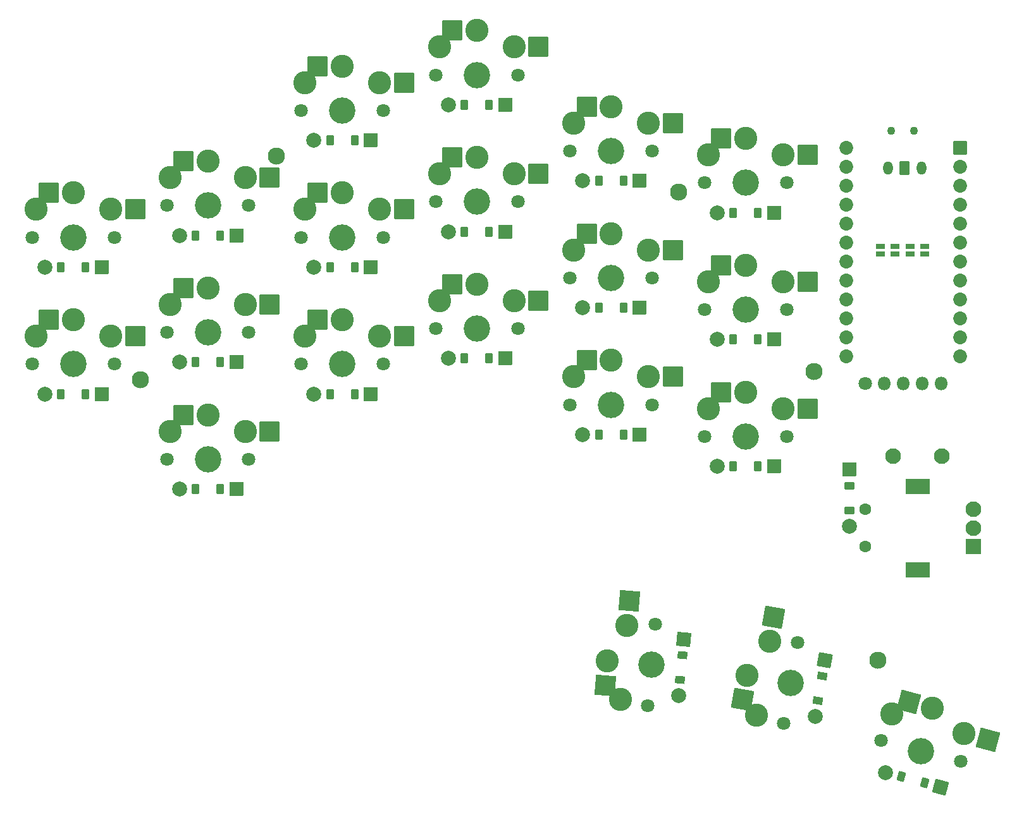
<source format=gbr>
%TF.GenerationSoftware,KiCad,Pcbnew,7.0.1-3b83917a11~171~ubuntu22.04.1*%
%TF.CreationDate,2023-03-24T21:38:13-04:00*%
%TF.ProjectId,whisper,77686973-7065-4722-9e6b-696361645f70,v1.0.0*%
%TF.SameCoordinates,Original*%
%TF.FileFunction,Soldermask,Bot*%
%TF.FilePolarity,Negative*%
%FSLAX46Y46*%
G04 Gerber Fmt 4.6, Leading zero omitted, Abs format (unit mm)*
G04 Created by KiCad (PCBNEW 7.0.1-3b83917a11~171~ubuntu22.04.1) date 2023-03-24 21:38:13*
%MOMM*%
%LPD*%
G01*
G04 APERTURE LIST*
G04 Aperture macros list*
%AMRoundRect*
0 Rectangle with rounded corners*
0 $1 Rounding radius*
0 $2 $3 $4 $5 $6 $7 $8 $9 X,Y pos of 4 corners*
0 Add a 4 corners polygon primitive as box body*
4,1,4,$2,$3,$4,$5,$6,$7,$8,$9,$2,$3,0*
0 Add four circle primitives for the rounded corners*
1,1,$1+$1,$2,$3*
1,1,$1+$1,$4,$5*
1,1,$1+$1,$6,$7*
1,1,$1+$1,$8,$9*
0 Add four rect primitives between the rounded corners*
20,1,$1+$1,$2,$3,$4,$5,0*
20,1,$1+$1,$4,$5,$6,$7,0*
20,1,$1+$1,$6,$7,$8,$9,0*
20,1,$1+$1,$8,$9,$2,$3,0*%
G04 Aperture macros list end*
%ADD10C,1.100000*%
%ADD11C,1.801800*%
%ADD12C,3.100000*%
%ADD13C,3.529000*%
%ADD14RoundRect,0.050000X1.181751X-1.408356X1.408356X1.181751X-1.181751X1.408356X-1.408356X-1.181751X0*%
%ADD15RoundRect,0.050000X-1.300000X-1.300000X1.300000X-1.300000X1.300000X1.300000X-1.300000X1.300000X0*%
%ADD16RoundRect,0.050000X0.889000X0.889000X-0.889000X0.889000X-0.889000X-0.889000X0.889000X-0.889000X0*%
%ADD17RoundRect,0.050000X0.450000X0.600000X-0.450000X0.600000X-0.450000X-0.600000X0.450000X-0.600000X0*%
%ADD18C,2.005000*%
%ADD19C,2.300000*%
%ADD20RoundRect,0.050000X-0.571500X0.317500X-0.571500X-0.317500X0.571500X-0.317500X0.571500X0.317500X0*%
%ADD21C,1.800000*%
%ADD22O,1.800000X1.800000*%
%ADD23RoundRect,0.050000X-0.876300X0.876300X-0.876300X-0.876300X0.876300X-0.876300X0.876300X0.876300X0*%
%ADD24C,1.852600*%
%ADD25RoundRect,0.050000X-0.808136X0.963099X-0.963099X-0.808136X0.808136X-0.963099X0.963099X0.808136X0*%
%ADD26RoundRect,0.050000X-0.558497X0.500581X-0.636937X-0.395994X0.558497X-0.500581X0.636937X0.395994X0*%
%ADD27RoundRect,0.050000X1.054507X-1.505993X1.505993X1.054507X-1.054507X1.505993X-1.505993X-1.054507X0*%
%ADD28RoundRect,0.050000X-0.721121X1.029867X-1.029867X-0.721121X0.721121X-1.029867X1.029867X0.721121X0*%
%ADD29RoundRect,0.050000X-0.512743X0.547352X-0.669026X-0.338975X0.512743X-0.547352X0.669026X0.338975X0*%
%ADD30RoundRect,0.050000X-0.889000X0.889000X-0.889000X-0.889000X0.889000X-0.889000X0.889000X0.889000X0*%
%ADD31RoundRect,0.050000X-0.600000X0.450000X-0.600000X-0.450000X0.600000X-0.450000X0.600000X0.450000X0*%
%ADD32C,2.100000*%
%ADD33O,1.300000X1.800000*%
%ADD34RoundRect,0.050000X-0.600000X-0.850000X0.600000X-0.850000X0.600000X0.850000X-0.600000X0.850000X0*%
%ADD35RoundRect,0.050000X1.600000X1.000000X-1.600000X1.000000X-1.600000X-1.000000X1.600000X-1.000000X0*%
%ADD36C,1.600000*%
%ADD37RoundRect,0.050000X1.000000X1.000000X-1.000000X1.000000X-1.000000X-1.000000X1.000000X-1.000000X0*%
%ADD38RoundRect,0.050000X-1.592168X-0.919239X0.919239X-1.592168X1.592168X0.919239X-0.919239X1.592168X0*%
%ADD39RoundRect,0.050000X1.088798X0.628618X-0.628618X1.088798X-1.088798X-0.628618X0.628618X-1.088798X0*%
%ADD40RoundRect,0.050000X0.589958X0.463087X-0.279375X0.696024X-0.589958X-0.463087X0.279375X-0.696024X0*%
G04 APERTURE END LIST*
D10*
%TO.C,T1*%
X254891727Y-83831727D03*
X257891727Y-83831727D03*
%TD*%
D11*
%TO.C,S18*%
X222312370Y-160910798D03*
D12*
X218620218Y-160085866D03*
X216864369Y-154913150D03*
X216864369Y-154913150D03*
D13*
X222791727Y-155431727D03*
D12*
X219491776Y-150123919D03*
D11*
X223271084Y-149952656D03*
D14*
X216578933Y-158175688D03*
X219777211Y-146861382D03*
%TD*%
D11*
%TO.C,S12*%
X211891727Y-120581727D03*
D12*
X212391727Y-116831727D03*
X217391727Y-114631727D03*
X217391727Y-114631727D03*
D13*
X217391727Y-120581727D03*
D12*
X222391727Y-116831727D03*
D11*
X222891727Y-120581727D03*
D15*
X214116727Y-114631727D03*
X225666727Y-116831727D03*
%TD*%
D16*
%TO.C,D14*%
X221201727Y-90581727D03*
D17*
X219041727Y-90581727D03*
X215741727Y-90581727D03*
D18*
X213581727Y-90581727D03*
%TD*%
D16*
%TO.C,D12*%
X221201727Y-124581727D03*
D17*
X219041727Y-124581727D03*
X215741727Y-124581727D03*
D18*
X213581727Y-124581727D03*
%TD*%
D16*
%TO.C,D9*%
X203201727Y-114381727D03*
D17*
X201041727Y-114381727D03*
X197741727Y-114381727D03*
D18*
X195581727Y-114381727D03*
%TD*%
D16*
%TO.C,D16*%
X239201727Y-111831727D03*
D17*
X237041727Y-111831727D03*
X233741727Y-111831727D03*
D18*
X231581727Y-111831727D03*
%TD*%
D11*
%TO.C,S5*%
X157891727Y-93891727D03*
D12*
X158391727Y-90141727D03*
X163391727Y-87941727D03*
X163391727Y-87941727D03*
D13*
X163391727Y-93891727D03*
D12*
X168391727Y-90141727D03*
D11*
X168891727Y-93891727D03*
D15*
X160116727Y-87941727D03*
X171666727Y-90141727D03*
%TD*%
D11*
%TO.C,S2*%
X139891727Y-98141727D03*
D12*
X140391727Y-94391727D03*
X145391727Y-92191727D03*
X145391727Y-92191727D03*
D13*
X145391727Y-98141727D03*
D12*
X150391727Y-94391727D03*
D11*
X150891727Y-98141727D03*
D15*
X142116727Y-92191727D03*
X153666727Y-94391727D03*
%TD*%
D19*
%TO.C,REF\u002A\u002A*%
X253100000Y-154850000D03*
%TD*%
D16*
%TO.C,D8*%
X185201727Y-85141727D03*
D17*
X183041727Y-85141727D03*
X179741727Y-85141727D03*
D18*
X177581727Y-85141727D03*
%TD*%
D11*
%TO.C,S7*%
X175891727Y-98141727D03*
D12*
X176391727Y-94391727D03*
X181391727Y-92191727D03*
X181391727Y-92191727D03*
D13*
X181391727Y-98141727D03*
D12*
X186391727Y-94391727D03*
D11*
X186891727Y-98141727D03*
D15*
X178116727Y-92191727D03*
X189666727Y-94391727D03*
%TD*%
D16*
%TO.C,D2*%
X149201727Y-102141727D03*
D17*
X147041727Y-102141727D03*
X143741727Y-102141727D03*
D18*
X141581727Y-102141727D03*
%TD*%
D20*
%TO.C,J4*%
X257391727Y-99331347D03*
X257391727Y-100332107D03*
%TD*%
D11*
%TO.C,S17*%
X229891727Y-90831727D03*
D12*
X230391727Y-87081727D03*
X235391727Y-84881727D03*
X235391727Y-84881727D03*
D13*
X235391727Y-90831727D03*
D12*
X240391727Y-87081727D03*
D11*
X240891727Y-90831727D03*
D15*
X232116727Y-84881727D03*
X243666727Y-87081727D03*
%TD*%
D16*
%TO.C,D10*%
X203201727Y-97381727D03*
D17*
X201041727Y-97381727D03*
X197741727Y-97381727D03*
D18*
X195581727Y-97381727D03*
%TD*%
D11*
%TO.C,S10*%
X193891727Y-93381727D03*
D12*
X194391727Y-89631727D03*
X199391727Y-87431727D03*
X199391727Y-87431727D03*
D13*
X199391727Y-93381727D03*
D12*
X204391727Y-89631727D03*
D11*
X204891727Y-93381727D03*
D15*
X196116727Y-87431727D03*
X207666727Y-89631727D03*
%TD*%
D11*
%TO.C,S16*%
X229891727Y-107831727D03*
D12*
X230391727Y-104081727D03*
X235391727Y-101881727D03*
X235391727Y-101881727D03*
D13*
X235391727Y-107831727D03*
D12*
X240391727Y-104081727D03*
D11*
X240891727Y-107831727D03*
D15*
X232116727Y-101881727D03*
X243666727Y-104081727D03*
%TD*%
D19*
%TO.C,REF\u002A\u002A*%
X226450000Y-92100000D03*
%TD*%
%TO.C,REF\u002A\u002A*%
X154400000Y-117200000D03*
%TD*%
D16*
%TO.C,D6*%
X185201727Y-119141727D03*
D17*
X183041727Y-119141727D03*
X179741727Y-119141727D03*
D18*
X177581727Y-119141727D03*
%TD*%
D16*
%TO.C,D7*%
X185201727Y-102141727D03*
D17*
X183041727Y-102141727D03*
X179741727Y-102141727D03*
D18*
X177581727Y-102141727D03*
%TD*%
D16*
%TO.C,D15*%
X239201727Y-128831727D03*
D17*
X237041727Y-128831727D03*
X233741727Y-128831727D03*
D18*
X231581727Y-128831727D03*
%TD*%
D16*
%TO.C,D3*%
X167201727Y-131891727D03*
D17*
X165041727Y-131891727D03*
X161741727Y-131891727D03*
D18*
X159581727Y-131891727D03*
%TD*%
D20*
%TO.C,J8*%
X253391727Y-99331347D03*
X253391727Y-100332107D03*
%TD*%
D16*
%TO.C,D1*%
X149201727Y-119141727D03*
D17*
X147041727Y-119141727D03*
X143741727Y-119141727D03*
D18*
X141581727Y-119141727D03*
%TD*%
D16*
%TO.C,D5*%
X167201727Y-97891727D03*
D17*
X165041727Y-97891727D03*
X161741727Y-97891727D03*
D18*
X159581727Y-97891727D03*
%TD*%
D11*
%TO.C,S15*%
X229891727Y-124831727D03*
D12*
X230391727Y-121081727D03*
X235391727Y-118881727D03*
X235391727Y-118881727D03*
D13*
X235391727Y-124831727D03*
D12*
X240391727Y-121081727D03*
D11*
X240891727Y-124831727D03*
D15*
X232116727Y-118881727D03*
X243666727Y-121081727D03*
%TD*%
D21*
%TO.C,REF\u002A*%
X251391727Y-117741727D03*
D22*
X253931727Y-117741727D03*
X256471727Y-117741727D03*
X259011727Y-117741727D03*
X261551727Y-117741727D03*
%TD*%
D16*
%TO.C,D13*%
X221201727Y-107581727D03*
D17*
X219041727Y-107581727D03*
X215741727Y-107581727D03*
D18*
X213581727Y-107581727D03*
%TD*%
D19*
%TO.C,REF\u002A\u002A*%
X172550000Y-87250000D03*
%TD*%
D11*
%TO.C,S9*%
X193891727Y-110381727D03*
D12*
X194391727Y-106631727D03*
X199391727Y-104431727D03*
X199391727Y-104431727D03*
D13*
X199391727Y-110381727D03*
D12*
X204391727Y-106631727D03*
D11*
X204891727Y-110381727D03*
D15*
X196116727Y-104431727D03*
X207666727Y-106631727D03*
%TD*%
D20*
%TO.C,J2*%
X259391727Y-99331347D03*
X259391727Y-100332107D03*
%TD*%
D11*
%TO.C,S8*%
X175891727Y-81141727D03*
D12*
X176391727Y-77391727D03*
X181391727Y-75191727D03*
X181391727Y-75191727D03*
D13*
X181391727Y-81141727D03*
D12*
X186391727Y-77391727D03*
D11*
X186891727Y-81141727D03*
D15*
X178116727Y-75191727D03*
X189666727Y-77391727D03*
%TD*%
D23*
%TO.C,MCU1*%
X264081727Y-86133727D03*
D24*
X264081727Y-88673727D03*
X264081727Y-91213727D03*
X264081727Y-93753727D03*
X264081727Y-96293727D03*
X264081727Y-98833727D03*
X264081727Y-101373727D03*
X264081727Y-103913727D03*
X264081727Y-106453727D03*
X264081727Y-108993727D03*
X264081727Y-111533727D03*
X264081727Y-114073727D03*
X248841727Y-86133727D03*
X248841727Y-88673727D03*
X248841727Y-91213727D03*
X248841727Y-93753727D03*
X248841727Y-96293727D03*
X248841727Y-98833727D03*
X248841727Y-101373727D03*
X248841727Y-103913727D03*
X248841727Y-106453727D03*
X248841727Y-108993727D03*
X248841727Y-111533727D03*
X248841727Y-114073727D03*
%TD*%
D11*
%TO.C,S14*%
X211891727Y-86581727D03*
D12*
X212391727Y-82831727D03*
X217391727Y-80631727D03*
X217391727Y-80631727D03*
D13*
X217391727Y-86581727D03*
D12*
X222391727Y-82831727D03*
D11*
X222891727Y-86581727D03*
D15*
X214116727Y-80631727D03*
X225666727Y-82831727D03*
%TD*%
D16*
%TO.C,D4*%
X167201727Y-114891727D03*
D17*
X165041727Y-114891727D03*
X161741727Y-114891727D03*
D18*
X159581727Y-114891727D03*
%TD*%
D25*
%TO.C,D18*%
X227108569Y-151984848D03*
D26*
X226920313Y-154136629D03*
X226632699Y-157424071D03*
D18*
X226444443Y-159575852D03*
%TD*%
D20*
%TO.C,J6*%
X255391727Y-99331347D03*
X255391727Y-100332107D03*
%TD*%
D11*
%TO.C,S19*%
X240444116Y-163297888D03*
D12*
X236837911Y-162154303D03*
X235539575Y-156848238D03*
X235539575Y-156848238D03*
D13*
X241399181Y-157881445D03*
D12*
X238574393Y-152306226D03*
D11*
X242354246Y-152465002D03*
D27*
X234970877Y-160073484D03*
X239143091Y-149080980D03*
%TD*%
D28*
%TO.C,D19*%
X246000012Y-154823920D03*
D29*
X245624931Y-156951105D03*
X245051893Y-160200971D03*
D18*
X244676812Y-162328156D03*
%TD*%
D30*
%TO.C,D21*%
X249280000Y-129250000D03*
D31*
X249280000Y-131410000D03*
X249280000Y-134710000D03*
D18*
X249280000Y-136870000D03*
%TD*%
D19*
%TO.C,REF\u002A\u002A*%
X244500000Y-116150000D03*
%TD*%
D16*
%TO.C,D17*%
X239201727Y-94831727D03*
D17*
X237041727Y-94831727D03*
X233741727Y-94831727D03*
D18*
X231581727Y-94831727D03*
%TD*%
D32*
%TO.C,RSW1*%
X255150000Y-127500000D03*
X261650000Y-127500000D03*
%TD*%
D33*
%TO.C,JST REV1*%
X254441727Y-88831727D03*
D34*
X256691727Y-88831727D03*
D33*
X258941727Y-88831727D03*
%TD*%
D35*
%TO.C,ROT1*%
X258400000Y-142700000D03*
X258400000Y-131500000D03*
D36*
X251400000Y-139600000D03*
X251400000Y-134600000D03*
D37*
X265900000Y-139600000D03*
D32*
X265900000Y-134600000D03*
X265900000Y-137100000D03*
%TD*%
D11*
%TO.C,S11*%
X193891727Y-76381727D03*
D12*
X194391727Y-72631727D03*
X199391727Y-70431727D03*
X199391727Y-70431727D03*
D13*
X199391727Y-76381727D03*
D12*
X204391727Y-72631727D03*
D11*
X204891727Y-76381727D03*
D15*
X196116727Y-70431727D03*
X207666727Y-72631727D03*
%TD*%
D11*
%TO.C,S1*%
X139891727Y-115141727D03*
D12*
X140391727Y-111391727D03*
X145391727Y-109191727D03*
X145391727Y-109191727D03*
D13*
X145391727Y-115141727D03*
D12*
X150391727Y-111391727D03*
D11*
X150891727Y-115141727D03*
D15*
X142116727Y-109191727D03*
X153666727Y-111391727D03*
%TD*%
D11*
%TO.C,S4*%
X157891727Y-110891727D03*
D12*
X158391727Y-107141727D03*
X163391727Y-104941727D03*
X163391727Y-104941727D03*
D13*
X163391727Y-110891727D03*
D12*
X168391727Y-107141727D03*
D11*
X168891727Y-110891727D03*
D15*
X160116727Y-104941727D03*
X171666727Y-107141727D03*
%TD*%
D11*
%TO.C,S20*%
X253524123Y-165542602D03*
D12*
X254977657Y-162049790D03*
X260376688Y-161218848D03*
X260376688Y-161218848D03*
D13*
X258836715Y-166966107D03*
D12*
X264636916Y-164637980D03*
D11*
X264149307Y-168389612D03*
D38*
X257213281Y-160371216D03*
X267800323Y-165485613D03*
%TD*%
D11*
%TO.C,S3*%
X157891727Y-127891727D03*
D12*
X158391727Y-124141727D03*
X163391727Y-121941727D03*
X163391727Y-121941727D03*
D13*
X163391727Y-127891727D03*
D12*
X168391727Y-124141727D03*
D11*
X168891727Y-127891727D03*
D15*
X160116727Y-121941727D03*
X171666727Y-124141727D03*
%TD*%
D11*
%TO.C,S13*%
X211891727Y-103581727D03*
D12*
X212391727Y-99831727D03*
X217391727Y-97631727D03*
X217391727Y-97631727D03*
D13*
X217391727Y-103581727D03*
D12*
X222391727Y-99831727D03*
D11*
X222891727Y-103581727D03*
D15*
X214116727Y-97631727D03*
X225666727Y-99831727D03*
%TD*%
D16*
%TO.C,D11*%
X203201727Y-80381727D03*
D17*
X201041727Y-80381727D03*
X197741727Y-80381727D03*
D18*
X195581727Y-80381727D03*
%TD*%
D39*
%TO.C,D20*%
X261481616Y-171815911D03*
D40*
X259395217Y-171256861D03*
X256207661Y-170402759D03*
D18*
X254121262Y-169843709D03*
%TD*%
D11*
%TO.C,S6*%
X175891727Y-115141727D03*
D12*
X176391727Y-111391727D03*
X181391727Y-109191727D03*
X181391727Y-109191727D03*
D13*
X181391727Y-115141727D03*
D12*
X186391727Y-111391727D03*
D11*
X186891727Y-115141727D03*
D15*
X178116727Y-109191727D03*
X189666727Y-111391727D03*
%TD*%
M02*

</source>
